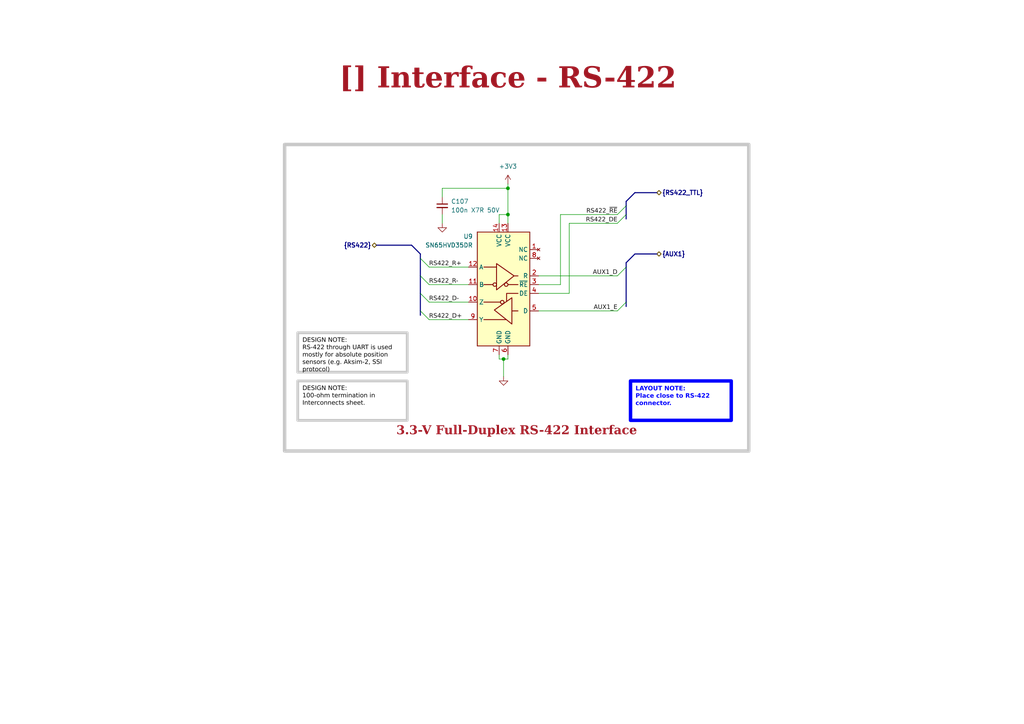
<source format=kicad_sch>
(kicad_sch (version 20230121) (generator eeschema)
  (paper "A4")
  (title_block (title "Interface - RS-422") (date "2023-10-15") (rev "${REVISION}") (company "${COMPANY}"))
  (lib_symbols
    (symbol "0_interface_uart:SN65HVD35DR"
      (property "Reference" "U" (at -7.62 19.05 0))
      (property "Value" "SN65HVD35DR" (at 10.16 -16.51 0))
      (symbol "SN65HVD35DR_0_1"
        (rectangle (start -7.62 17.78) (end 7.62 -15.24) (stroke (width 0.254)) (fill (type background)))
      )
      (symbol "SN65HVD35DR_1_1"
        (circle (center -0.762 2.54) (radius 0.508) (stroke (width 0.254)))
        (polyline (pts (xy -4.191 2.54) (xy -1.27 2.54)) (stroke (width 0.254)))
        (polyline (pts (xy -2.54 -5.08) (xy -4.191 -5.08)) (stroke (width 0.254)))
        (polyline (pts (xy -0.635 -7.62) (xy 5.715 -7.62)) (stroke (width 0.254)))
        (polyline (pts (xy 0.889 -2.54) (xy 5.715 -2.54)) (stroke (width 0.254)))
        (polyline (pts (xy 2.032 7.62) (xy 5.715 7.62)) (stroke (width 0.254)))
        (polyline (pts (xy 3.048 2.54) (xy 5.715 2.54)) (stroke (width 0.254)))
        (polyline (pts (xy -4.191 0) (xy -0.889 0) (xy -0.889 -2.286)) (stroke (width 0.254)))
        (polyline (pts (xy -3.175 5.08) (xy -4.191 5.08) (xy -4.064 5.08)) (stroke (width 0.254)))
        (polyline (pts (xy -2.413 -5.08) (xy -2.413 -1.27) (xy 2.667 -4.826) (xy -2.413 -8.89) (xy -2.413 -5.08)) (stroke (width 0.254)))
        (polyline (pts (xy 2.032 4.826) (xy 2.032 8.636) (xy -3.048 5.08) (xy 2.032 1.016) (xy 2.032 4.826)) (stroke (width 0.254)))
        (circle (center 0.381 -2.54) (radius 0.508) (stroke (width 0.254)))
        (circle (center 2.54 2.54) (radius 0.508) (stroke (width 0.254)))
        (pin no_connect line (at -10.16 12.7 0) (length 2.54) (name "NC") (number "1"))
        (pin output line (at 10.16 -2.54 180) (length 2.54) (name "Z") (number "10"))
        (pin input line (at 10.16 2.54 180) (length 2.54) (name "B") (number "11"))
        (pin input line (at 10.16 7.62 180) (length 2.54) (name "A") (number "12"))
        (pin power_in line (at -1.27 20.32 270) (length 2.54) (name "VCC") (number "13"))
        (pin power_in line (at 1.27 20.32 270) (length 2.54) (name "VCC") (number "14"))
        (pin output line (at -10.16 5.08 0) (length 2.54) (name "R") (number "2"))
        (pin input line (at -10.16 2.54 0) (length 2.54) (name "~{RE}") (number "3"))
        (pin input line (at -10.16 0 0) (length 2.54) (name "DE") (number "4"))
        (pin input line (at -10.16 -5.08 0) (length 2.54) (name "D") (number "5"))
        (pin power_in line (at -1.27 -17.78 90) (length 2.54) (name "GND") (number "6"))
        (pin power_in line (at 1.27 -17.78 90) (length 2.54) (name "GND") (number "7"))
        (pin no_connect line (at -10.16 10.16 0) (length 2.54) (name "NC") (number "8"))
        (pin output line (at 10.16 -7.62 180) (length 2.54) (name "Y") (number "9"))
      )
    )
    (symbol "Device:C_Small" (pin_numbers hide) (pin_names (offset 0.254) hide)
      (property "Reference" "C" (at 0.254 1.778 0))
      (property "Value" "C_Small" (at 0.254 -2.032 0))
      (symbol "C_Small_0_1"
        (polyline (pts (xy -1.524 -0.508) (xy 1.524 -0.508)) (stroke (width 0.3302)))
        (polyline (pts (xy -1.524 0.508) (xy 1.524 0.508)) (stroke (width 0.3048)))
      )
      (symbol "C_Small_1_1"
        (pin passive line (at 0 2.54 270) (length 2.032) (name "~") (number "1"))
        (pin passive line (at 0 -2.54 90) (length 2.032) (name "~") (number "2"))
      )
    )
    (symbol "power:+3V3" (power) (pin_names (offset 0))
      (property "Value" "+3V3" (at 0 3.556 0))
      (symbol "+3V3_0_1"
        (polyline (pts (xy -0.762 1.27) (xy 0 2.54)))
        (polyline (pts (xy 0 0) (xy 0 2.54)))
        (polyline (pts (xy 0 2.54) (xy 0.762 1.27)))
      )
      (symbol "+3V3_1_1"
        (pin power_in line (at 0 0 90) (length 0) hide (name "+3V3") (number "1"))
      )
    )
    (symbol "power:GND" (power) (pin_names (offset 0))
      (property "Value" "GND" (at 0 -3.81 0))
      (symbol "GND_0_1"
        (polyline (pts (xy 0 0) (xy 0 -1.27) (xy 1.27 -1.27) (xy 0 -2.54) (xy -1.27 -1.27) (xy 0 -1.27)))
      )
      (symbol "GND_1_1"
        (pin power_in line (at 0 0 270) (length 0) hide (name "GND") (number "1"))
      )
    )
  )
  (junction (at 146.05 104.14))
  (junction (at 147.32 54.61))
  (junction (at 147.32 62.23))
  (bus_entry (at 179.07 90.17) (size 2.54 -2.54))
  (bus_entry (at 179.07 64.77) (size 2.54 -2.54))
  (bus_entry (at 179.07 62.23) (size 2.54 -2.54))
  (bus_entry (at 121.92 90.17) (size 2.54 2.54))
  (bus_entry (at 121.92 80.01) (size 2.54 2.54))
  (bus_entry (at 121.92 74.93) (size 2.54 2.54))
  (bus_entry (at 179.07 80.01) (size 2.54 -2.54))
  (bus_entry (at 121.92 85.09) (size 2.54 2.54))
  (wire (pts (xy 146.05 104.14) (xy 147.32 104.14)))
  (wire (pts (xy 147.32 54.61) (xy 147.32 62.23)))
  (wire (pts (xy 124.46 92.71) (xy 135.89 92.71)))
  (bus (pts (xy 184.15 73.66) (xy 181.61 76.2)))
  (wire (pts (xy 124.46 82.55) (xy 135.89 82.55)))
  (bus (pts (xy 181.61 87.63) (xy 181.61 88.9)))
  (wire (pts (xy 144.78 104.14) (xy 144.78 102.87)))
  (wire (pts (xy 144.78 62.23) (xy 144.78 64.77)))
  (bus (pts (xy 121.92 80.01) (xy 121.92 85.09)))
  (bus (pts (xy 121.92 73.66) (xy 121.92 74.93)))
  (wire (pts (xy 156.21 80.01) (xy 179.07 80.01)))
  (bus (pts (xy 121.92 74.93) (xy 121.92 80.01)))
  (bus (pts (xy 119.38 71.12) (xy 121.92 73.66)))
  (bus (pts (xy 109.22 71.12) (xy 119.38 71.12)))
  (bus (pts (xy 181.61 76.2) (xy 181.61 77.47)))
  (bus (pts (xy 181.61 62.23) (xy 181.61 63.5)))
  (wire (pts (xy 128.27 64.77) (xy 128.27 62.23)))
  (wire (pts (xy 128.27 54.61) (xy 147.32 54.61)))
  (wire (pts (xy 147.32 62.23) (xy 147.32 64.77)))
  (wire (pts (xy 165.1 85.09) (xy 156.21 85.09)))
  (wire (pts (xy 128.27 57.15) (xy 128.27 54.61)))
  (bus (pts (xy 181.61 59.69) (xy 181.61 62.23)))
  (wire (pts (xy 124.46 87.63) (xy 135.89 87.63)))
  (bus (pts (xy 184.15 55.88) (xy 181.61 58.42)))
  (wire (pts (xy 162.56 82.55) (xy 162.56 62.23)))
  (wire (pts (xy 124.46 77.47) (xy 135.89 77.47)))
  (bus (pts (xy 184.15 73.66) (xy 190.5 73.66)))
  (bus (pts (xy 121.92 90.17) (xy 121.92 91.44)))
  (wire (pts (xy 165.1 64.77) (xy 179.07 64.77)))
  (wire (pts (xy 147.32 102.87) (xy 147.32 104.14)))
  (wire (pts (xy 162.56 62.23) (xy 179.07 62.23)))
  (wire (pts (xy 165.1 64.77) (xy 165.1 85.09)))
  (wire (pts (xy 156.21 90.17) (xy 179.07 90.17)))
  (bus (pts (xy 121.92 85.09) (xy 121.92 90.17)))
  (wire (pts (xy 144.78 62.23) (xy 147.32 62.23)))
  (bus (pts (xy 184.15 55.88) (xy 190.5 55.88)))
  (wire (pts (xy 156.21 82.55) (xy 162.56 82.55)))
  (bus (pts (xy 181.61 77.47) (xy 181.61 87.63)))
  (bus (pts (xy 181.61 58.42) (xy 181.61 59.69)))
  (wire (pts (xy 147.32 53.34) (xy 147.32 54.61)))
  (wire (pts (xy 146.05 104.14) (xy 144.78 104.14)))
  (wire (pts (xy 146.05 109.22) (xy 146.05 104.14)))
  (rectangle (start 82.55 41.91) (end 217.17 130.81) (stroke (width 1) (color 200 200 200 1)))
  (text_box "LAYOUT NOTE:\nPlace close to RS-422 connector." (at 182.88 110.49 0) (size 29.21 11.43) (stroke (width 1) (color 0 0 255 1)) (effects (font (size 1.27 1.27) (thickness 0.4) bold) (justify left top)))
  (text_box "DESIGN NOTE:\nRS-422 through UART is used mostly for absolute position sensors (e.g. Aksim-2, SSI protocol)" (at 86.36 96.52 0) (size 31.75 11.43) (stroke (width 0.8) (color 200 200 200 1)) (effects (font (size 1.27 1.27)) (justify left top)))
  (text_box "DESIGN NOTE:\n100-ohm termination in Interconnects sheet." (at 86.36 110.49 0) (size 31.75 11.43) (stroke (width 0.8) (color 200 200 200 1)) (effects (font (size 1.27 1.27)) (justify left top)))
  (text_box "3.3-V Full-Duplex RS-422 Interface" (at 83.82 119.38 0) (size 132.08 8.89) (stroke (width -0.0001)) (effects (font (size 2.54 2.54) (thickness 0.508) bold) (justify bottom)))
  (text_box "[${#}] ${TITLE}" (at 78.74 16.51 0) (size 137.16 12.7) (stroke (width -0.0001)) (effects (font (size 6 6) (thickness 1.2) bold)))
  (label "RS422_~{RE}" (at 179.07 62.23 180))
  (label "RS422_D-" (at 124.46 87.63 0))
  (label "RS422_D+" (at 124.46 92.71 0))
  (label "RS422_R+" (at 124.46 77.47 0))
  (label "AUX1_E" (at 179.07 90.17 180))
  (label "AUX1_D" (at 179.07 80.01 180))
  (label "RS422_DE" (at 179.07 64.77 180))
  (label "RS422_R-" (at 124.46 82.55 0))
  (hierarchical_label "{RS422}" (shape bidirectional) (at 109.22 71.12 180) (effects (font bold)))
  (hierarchical_label "{AUX1}" (shape bidirectional) (at 190.5 73.66 0) (effects (font bold)))
  (hierarchical_label "{RS422_TTL}" (shape bidirectional) (at 190.5 55.88 0) (effects (font bold)))
  (symbol (lib_id "power:+3V3") (at 147.32 53.34 0) (unit 1)
    (property "Reference" "#PWR054" (effects hide))
    (property "Value" "+3V3" (at 147.32 48.26 0))
  )
  (symbol (lib_id "Device:C_Small") (at 128.27 59.69 0) (unit 1)
    (property "Reference" "C107" (at 130.81 58.4263 0) (effects (justify left)))
    (property "Value" "100n X7R 50V" (at 130.81 60.9663 0) (effects (justify left)))
    (property "Footprint" "0_capacitor_smd:C_0402_1005_DensityHigh" (effects hide))
    (property "Datasheet" "https://search.murata.co.jp/Ceramy/image/img/A01X/G101/ENG/GCM155R71H104KE02-01.pdf" (effects hide))
    (property "Description" "0.1 µF ±10% 50V Ceramic Capacitor X7R 0402 (1005 Metric)" (effects hide))
    (property "Manufacturer" "Murata Electronics" (effects hide))
    (property "Manufacturer Part Number" "GCM155R71H104KE02J" (effects hide))
    (property "Supplier 1" "Digikey" (effects hide))
    (property "Supplier Part Number 1" "490-14514-1-ND" (effects hide))
  )
  (symbol (lib_id "power:GND") (at 128.27 64.77 0) (unit 1)
    (property "Reference" "#PWR052" (effects hide))
    (property "Value" "GND" (effects hide))
  )
  (symbol (lib_id "power:GND") (at 146.05 109.22 0) (unit 1)
    (property "Reference" "#PWR053" (effects hide))
    (property "Value" "GND" (effects hide))
  )
  (symbol (lib_id "0_interface_uart:SN65HVD35DR") (at 146.05 85.09 0) (mirror y) (unit 1)
    (property "Reference" "U9" (at 137.16 68.58 0) (effects (justify left)))
    (property "Value" "SN65HVD35DR" (at 137.16 71.12 0) (effects (justify left)))
    (property "Footprint" "0_package_SO:SOIC-14 5.4mm" (effects hide))
    (property "Datasheet" "https://www.ti.com/lit/ds/symlink/sn65hvd30.pdf" (effects hide))
    (property "Description" "SN65HVD3x 3.3-V Full-Duplex RS-485 Drivers and Receivers" (effects hide))
    (property "Manufacturer" "Texas Instruments" (effects hide))
    (property "Manufacturer Part Number" "SN65HVD35DR" (effects hide))
    (property "Supplier 1" "Digikey" (effects hide))
    (property "Supplier Part Number 1" "296-18706-1-ND" (effects hide))
  )
)
</source>
